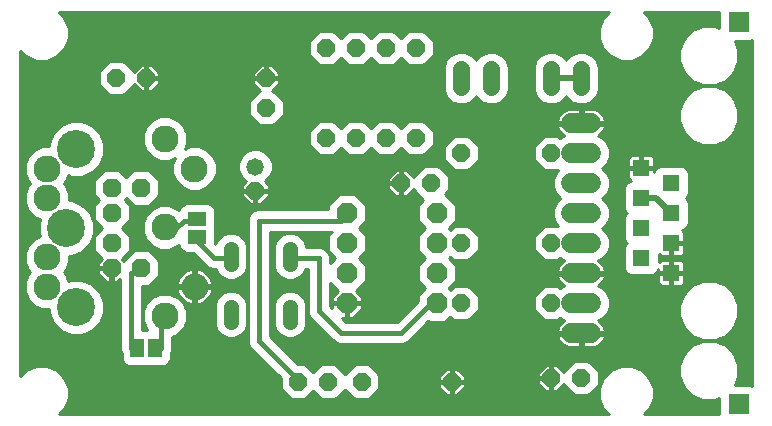
<source format=gbl>
G75*
%MOIN*%
%OFA0B0*%
%FSLAX24Y24*%
%IPPOS*%
%LPD*%
%AMOC8*
5,1,8,0,0,1.08239X$1,22.5*
%
%ADD10OC8,0.0580*%
%ADD11C,0.0580*%
%ADD12OC8,0.0614*%
%ADD13C,0.1266*%
%ADD14C,0.0496*%
%ADD15OC8,0.0680*%
%ADD16C,0.0900*%
%ADD17R,0.0575X0.0575*%
%ADD18R,0.0710X0.0710*%
%ADD19C,0.0660*%
%ADD20C,0.0580*%
%ADD21R,0.0460X0.0630*%
%ADD22R,0.0630X0.0460*%
%ADD23C,0.0160*%
%ADD24C,0.0100*%
%ADD25C,0.0200*%
D10*
X009780Y001575D03*
X010780Y001575D03*
X011905Y001575D03*
X014905Y001575D03*
X018217Y001700D03*
X019217Y001700D03*
X018217Y004200D03*
X015217Y004200D03*
X015217Y006200D03*
X018217Y006200D03*
X014217Y008200D03*
X013217Y008200D03*
X015217Y009200D03*
X013717Y009700D03*
X012717Y009700D03*
X011717Y009700D03*
X010717Y009700D03*
X008717Y010700D03*
X008717Y011700D03*
X010717Y012700D03*
X011717Y012700D03*
X012717Y012700D03*
X013717Y012700D03*
X018217Y009200D03*
X008355Y007947D03*
X004717Y011700D03*
X003717Y011700D03*
D11*
X008355Y008747D03*
D12*
X004548Y008039D03*
X003564Y008039D03*
X003564Y007212D03*
X003564Y006188D03*
X003564Y005361D03*
X004548Y005361D03*
D13*
X002387Y004060D03*
X002057Y006700D03*
X002387Y009340D03*
D14*
X007546Y006011D02*
X007546Y005514D01*
X009514Y005514D02*
X009514Y006011D01*
X009514Y004073D02*
X009514Y003577D01*
X007546Y003577D02*
X007546Y004073D01*
D15*
X011405Y004200D03*
X011405Y005200D03*
X011405Y006200D03*
X011405Y007200D03*
X014405Y007200D03*
X014405Y006200D03*
X014405Y005200D03*
X014405Y004200D03*
D16*
X006331Y004746D03*
X005335Y003774D03*
X001405Y004743D03*
X001405Y005723D03*
X001405Y007703D03*
X001405Y008683D03*
X005335Y009683D03*
X006327Y008683D03*
X005339Y006719D03*
D17*
X021217Y006700D03*
X022217Y007200D03*
X021217Y007700D03*
X022217Y008200D03*
X021217Y008700D03*
X022217Y006200D03*
X021217Y005700D03*
X022217Y005200D03*
D18*
X024467Y000820D03*
X024467Y013580D03*
D19*
X019547Y010200D02*
X018887Y010200D01*
X018887Y009200D02*
X019547Y009200D01*
X019547Y008200D02*
X018887Y008200D01*
X018887Y007200D02*
X019547Y007200D01*
X019547Y006200D02*
X018887Y006200D01*
X018887Y005200D02*
X019547Y005200D01*
X019547Y004200D02*
X018887Y004200D01*
X018887Y003200D02*
X019547Y003200D01*
D20*
X019217Y011410D02*
X019217Y011990D01*
X018217Y011990D02*
X018217Y011410D01*
X016217Y011410D02*
X016217Y011990D01*
X015217Y011990D02*
X015217Y011410D01*
D21*
X005017Y002700D03*
X004417Y002700D03*
D22*
X006417Y006400D03*
X006417Y007000D03*
D23*
X006217Y006950D01*
X005967Y006950D01*
X005717Y006700D01*
X005467Y006700D01*
X005339Y006719D01*
X006417Y006400D02*
X006467Y006200D01*
X006967Y005700D01*
X007467Y005700D01*
X007546Y005762D01*
X008467Y006950D02*
X011217Y006950D01*
X011467Y007200D01*
X011405Y007200D01*
X009717Y005700D02*
X009514Y005762D01*
X009717Y005700D02*
X010467Y005700D01*
X010467Y003950D01*
X011217Y003200D01*
X013217Y003200D01*
X014217Y004200D01*
X014405Y004200D01*
X009717Y001700D02*
X009780Y001575D01*
X009717Y001700D02*
X008467Y002950D01*
X008467Y006950D01*
X004548Y005361D02*
X004467Y005200D01*
X004217Y005200D01*
X004217Y002700D01*
X004417Y002700D01*
X005017Y002700D02*
X005217Y002700D01*
X005217Y003700D01*
X005335Y003774D01*
D24*
X001993Y000682D02*
X001801Y000490D01*
X020133Y000490D01*
X019942Y000682D01*
X019802Y001018D01*
X019802Y001382D01*
X019720Y001382D01*
X019802Y001382D02*
X019942Y001718D01*
X020199Y001976D01*
X020535Y002115D01*
X020899Y002115D01*
X021236Y001976D01*
X021493Y001718D01*
X021632Y001382D01*
X022635Y001382D01*
X022628Y001389D02*
X022907Y001111D01*
X023271Y000960D01*
X023664Y000960D01*
X023822Y001025D01*
X023822Y000490D01*
X021301Y000490D01*
X021493Y000682D01*
X021632Y001018D01*
X021632Y001382D01*
X021632Y001283D02*
X022734Y001283D01*
X022832Y001185D02*
X021632Y001185D01*
X021632Y001086D02*
X022965Y001086D01*
X023203Y000988D02*
X021620Y000988D01*
X021579Y000889D02*
X023822Y000889D01*
X023822Y000791D02*
X021538Y000791D01*
X021498Y000692D02*
X023822Y000692D01*
X023822Y000594D02*
X021405Y000594D01*
X021307Y000495D02*
X023822Y000495D01*
X023822Y000988D02*
X023732Y000988D01*
X024338Y001465D02*
X024457Y001753D01*
X024457Y002147D01*
X024307Y002511D01*
X024028Y002789D01*
X023664Y002940D01*
X023271Y002940D01*
X022907Y002789D01*
X022628Y002511D01*
X022477Y002147D01*
X022477Y001753D01*
X022628Y001389D01*
X022590Y001480D02*
X021592Y001480D01*
X021551Y001579D02*
X022550Y001579D01*
X022509Y001677D02*
X021510Y001677D01*
X021435Y001776D02*
X022477Y001776D01*
X022477Y001874D02*
X021337Y001874D01*
X021238Y001973D02*
X022477Y001973D01*
X022477Y002071D02*
X021004Y002071D01*
X020430Y002071D02*
X019666Y002071D01*
X019765Y001973D02*
X020196Y001973D01*
X020098Y001874D02*
X019797Y001874D01*
X019797Y001940D02*
X019458Y002280D01*
X018977Y002280D01*
X018637Y001940D01*
X018637Y001902D01*
X018400Y002140D01*
X018247Y002140D01*
X018247Y001730D01*
X018187Y001730D01*
X018187Y001670D01*
X017777Y001670D01*
X017777Y001518D01*
X018035Y001260D01*
X018187Y001260D01*
X018187Y001670D01*
X018247Y001670D01*
X018247Y001260D01*
X018400Y001260D01*
X018637Y001498D01*
X018637Y001460D01*
X018977Y001120D01*
X019458Y001120D01*
X019797Y001460D01*
X019797Y001940D01*
X019797Y001776D02*
X019999Y001776D01*
X019925Y001677D02*
X019797Y001677D01*
X019797Y001579D02*
X019884Y001579D01*
X019843Y001480D02*
X019797Y001480D01*
X019802Y001283D02*
X019621Y001283D01*
X019523Y001185D02*
X019802Y001185D01*
X019802Y001086D02*
X012237Y001086D01*
X012145Y000995D02*
X012485Y001335D01*
X012485Y001815D01*
X012145Y002155D01*
X011665Y002155D01*
X011342Y001833D01*
X011020Y002155D01*
X010540Y002155D01*
X010280Y001895D01*
X010020Y002155D01*
X009786Y002155D01*
X008837Y003103D01*
X008837Y006580D01*
X010894Y006580D01*
X010775Y006461D01*
X010775Y005939D01*
X011014Y005700D01*
X010837Y005523D01*
X010837Y005774D01*
X010781Y005910D01*
X010677Y006014D01*
X010541Y006070D01*
X010052Y006070D01*
X010052Y006118D01*
X009970Y006315D01*
X009819Y006467D01*
X009621Y006549D01*
X009407Y006549D01*
X009209Y006467D01*
X009058Y006315D01*
X008976Y006118D01*
X008976Y005407D01*
X009058Y005210D01*
X009209Y005058D01*
X009407Y004976D01*
X009621Y004976D01*
X009819Y005058D01*
X009970Y005210D01*
X010020Y005330D01*
X010097Y005330D01*
X010097Y003876D01*
X010154Y003740D01*
X010258Y003636D01*
X011008Y002886D01*
X011144Y002830D01*
X013291Y002830D01*
X013427Y002886D01*
X013531Y002990D01*
X014127Y003587D01*
X014144Y003570D01*
X014666Y003570D01*
X014847Y003751D01*
X014977Y003620D01*
X015458Y003620D01*
X015797Y003960D01*
X015797Y004440D01*
X015458Y004780D01*
X014977Y004780D01*
X014847Y004649D01*
X014796Y004700D01*
X015035Y004939D01*
X015035Y005461D01*
X014796Y005700D01*
X014847Y005751D01*
X014977Y005620D01*
X015458Y005620D01*
X015797Y005960D01*
X015797Y006440D01*
X015458Y006780D01*
X014977Y006780D01*
X014847Y006649D01*
X014796Y006700D01*
X015035Y006939D01*
X015035Y007461D01*
X014667Y007829D01*
X014797Y007960D01*
X014797Y008440D01*
X014458Y008780D01*
X013977Y008780D01*
X013637Y008440D01*
X013637Y008402D01*
X013400Y008640D01*
X013247Y008640D01*
X013247Y008230D01*
X013187Y008230D01*
X013187Y008170D01*
X012777Y008170D01*
X012777Y008018D01*
X013035Y007760D01*
X013187Y007760D01*
X013187Y008170D01*
X013247Y008170D01*
X013247Y007760D01*
X013400Y007760D01*
X013637Y007998D01*
X013637Y007960D01*
X013956Y007642D01*
X013775Y007461D01*
X013775Y006939D01*
X014014Y006700D01*
X013775Y006461D01*
X013775Y005939D01*
X014014Y005700D01*
X013775Y005461D01*
X013775Y004939D01*
X014014Y004700D01*
X013775Y004461D01*
X013775Y004281D01*
X013064Y003570D01*
X011371Y003570D01*
X011231Y003710D01*
X011375Y003710D01*
X011375Y004170D01*
X011435Y004170D01*
X011435Y004230D01*
X011895Y004230D01*
X011895Y004403D01*
X011697Y004601D01*
X012035Y004939D01*
X012035Y005461D01*
X011796Y005700D01*
X012035Y005939D01*
X012035Y006461D01*
X011796Y006700D01*
X012035Y006939D01*
X012035Y007461D01*
X011666Y007830D01*
X011144Y007830D01*
X010775Y007461D01*
X010775Y007320D01*
X008394Y007320D01*
X008258Y007264D01*
X008154Y007160D01*
X008097Y007024D01*
X008097Y002876D01*
X008154Y002740D01*
X008258Y002636D01*
X009200Y001694D01*
X009200Y001335D01*
X009540Y000995D01*
X010020Y000995D01*
X010280Y001255D01*
X010540Y000995D01*
X011020Y000995D01*
X011342Y001317D01*
X011665Y000995D01*
X012145Y000995D01*
X012335Y001185D02*
X014673Y001185D01*
X014723Y001135D02*
X014465Y001393D01*
X014465Y001545D01*
X014875Y001545D01*
X014935Y001545D01*
X014935Y001605D01*
X015345Y001605D01*
X015345Y001757D01*
X015087Y002015D01*
X014935Y002015D01*
X014935Y001605D01*
X014875Y001605D01*
X014875Y002015D01*
X014723Y002015D01*
X014465Y001757D01*
X014465Y001605D01*
X014875Y001605D01*
X014875Y001545D01*
X014875Y001135D01*
X014723Y001135D01*
X014875Y001185D02*
X014935Y001185D01*
X014935Y001135D02*
X015087Y001135D01*
X015345Y001393D01*
X015345Y001545D01*
X014935Y001545D01*
X014935Y001135D01*
X014935Y001283D02*
X014875Y001283D01*
X014875Y001382D02*
X014935Y001382D01*
X014935Y001480D02*
X014875Y001480D01*
X014875Y001579D02*
X012485Y001579D01*
X012485Y001677D02*
X014465Y001677D01*
X014484Y001776D02*
X012485Y001776D01*
X012426Y001874D02*
X014582Y001874D01*
X014681Y001973D02*
X012327Y001973D01*
X012229Y002071D02*
X017967Y002071D01*
X018035Y002140D02*
X017777Y001882D01*
X017777Y001730D01*
X018187Y001730D01*
X018187Y002140D01*
X018035Y002140D01*
X018187Y002071D02*
X018247Y002071D01*
X018247Y001973D02*
X018187Y001973D01*
X018187Y001874D02*
X018247Y001874D01*
X018247Y001776D02*
X018187Y001776D01*
X018187Y001677D02*
X015345Y001677D01*
X015326Y001776D02*
X017777Y001776D01*
X017777Y001874D02*
X015228Y001874D01*
X015129Y001973D02*
X017868Y001973D01*
X017777Y001579D02*
X014935Y001579D01*
X014935Y001677D02*
X014875Y001677D01*
X014875Y001776D02*
X014935Y001776D01*
X014935Y001874D02*
X014875Y001874D01*
X014875Y001973D02*
X014935Y001973D01*
X015345Y001480D02*
X017815Y001480D01*
X017913Y001382D02*
X015334Y001382D01*
X015236Y001283D02*
X018012Y001283D01*
X018187Y001283D02*
X018247Y001283D01*
X018247Y001382D02*
X018187Y001382D01*
X018187Y001480D02*
X018247Y001480D01*
X018247Y001579D02*
X018187Y001579D01*
X018620Y001480D02*
X018637Y001480D01*
X018715Y001382D02*
X018522Y001382D01*
X018423Y001283D02*
X018814Y001283D01*
X018912Y001185D02*
X015137Y001185D01*
X014574Y001283D02*
X012434Y001283D01*
X012485Y001382D02*
X014476Y001382D01*
X014465Y001480D02*
X012485Y001480D01*
X011573Y001086D02*
X011112Y001086D01*
X011210Y001185D02*
X011475Y001185D01*
X011376Y001283D02*
X011309Y001283D01*
X010448Y001086D02*
X010112Y001086D01*
X010210Y001185D02*
X010350Y001185D01*
X009448Y001086D02*
X002132Y001086D01*
X002132Y001018D02*
X002132Y001382D01*
X009200Y001382D01*
X009200Y001480D02*
X002092Y001480D01*
X002132Y001382D02*
X001993Y001718D01*
X001736Y001976D01*
X001399Y002115D01*
X001035Y002115D01*
X000699Y001976D01*
X000507Y001784D01*
X000507Y012616D01*
X000699Y012424D01*
X001035Y012285D01*
X001399Y012285D01*
X001736Y012424D01*
X001993Y012682D01*
X002132Y013018D01*
X002132Y013382D01*
X001993Y013718D01*
X001801Y013910D01*
X020133Y013910D01*
X019942Y013718D01*
X019802Y013382D01*
X019802Y013018D01*
X019942Y012682D01*
X020199Y012424D01*
X020535Y012285D01*
X020899Y012285D01*
X021236Y012424D01*
X021493Y012682D01*
X021632Y013018D01*
X021632Y013382D01*
X021493Y013718D01*
X021301Y013910D01*
X023822Y013910D01*
X023822Y013374D01*
X023664Y013440D01*
X023271Y013440D01*
X022907Y013289D01*
X022628Y013011D01*
X022477Y012647D01*
X022477Y012253D01*
X022628Y011889D01*
X022907Y011611D01*
X023271Y011460D01*
X023664Y011460D01*
X024028Y011611D01*
X024307Y011889D01*
X024457Y012253D01*
X024457Y012647D01*
X024338Y012935D01*
X024880Y012935D01*
X024927Y012955D01*
X024927Y001445D01*
X024880Y001465D01*
X024338Y001465D01*
X024345Y001480D02*
X024927Y001480D01*
X024927Y001579D02*
X024385Y001579D01*
X024426Y001677D02*
X024927Y001677D01*
X024927Y001776D02*
X024457Y001776D01*
X024457Y001874D02*
X024927Y001874D01*
X024927Y001973D02*
X024457Y001973D01*
X024457Y002071D02*
X024927Y002071D01*
X024927Y002170D02*
X024448Y002170D01*
X024407Y002268D02*
X024927Y002268D01*
X024927Y002367D02*
X024366Y002367D01*
X024325Y002465D02*
X024927Y002465D01*
X024927Y002564D02*
X024254Y002564D01*
X024155Y002662D02*
X024927Y002662D01*
X024927Y002761D02*
X024057Y002761D01*
X023859Y002859D02*
X024927Y002859D01*
X024927Y002958D02*
X019963Y002958D01*
X019958Y002948D02*
X019992Y003016D01*
X020016Y003088D01*
X020026Y003150D01*
X019267Y003150D01*
X019267Y002720D01*
X019585Y002720D01*
X019660Y002732D01*
X019732Y002755D01*
X019799Y002789D01*
X019860Y002834D01*
X019914Y002887D01*
X019958Y002948D01*
X019886Y002859D02*
X023076Y002859D01*
X023271Y002960D02*
X023664Y002960D01*
X024028Y003111D01*
X024307Y003389D01*
X024457Y003753D01*
X024457Y004147D01*
X024307Y004511D01*
X024028Y004789D01*
X023664Y004940D01*
X023271Y004940D01*
X022907Y004789D01*
X022628Y004511D01*
X022477Y004147D01*
X022477Y003753D01*
X022628Y003389D01*
X022907Y003111D01*
X023271Y002960D01*
X023038Y003056D02*
X020006Y003056D01*
X020026Y003250D02*
X020016Y003312D01*
X019992Y003384D01*
X019958Y003452D01*
X019914Y003513D01*
X019860Y003566D01*
X019799Y003610D01*
X019775Y003623D01*
X019899Y003674D01*
X020073Y003849D01*
X020167Y004077D01*
X020167Y004323D01*
X020073Y004551D01*
X019899Y004726D01*
X019775Y004777D01*
X019799Y004789D01*
X019860Y004834D01*
X019914Y004887D01*
X019958Y004948D01*
X019992Y005016D01*
X020016Y005088D01*
X020026Y005150D01*
X019267Y005150D01*
X019267Y005250D01*
X020026Y005250D01*
X020016Y005312D01*
X019992Y005384D01*
X019958Y005452D01*
X019914Y005513D01*
X019860Y005566D01*
X019799Y005610D01*
X019775Y005623D01*
X019899Y005674D01*
X020073Y005849D01*
X020167Y006077D01*
X020167Y006323D01*
X020073Y006551D01*
X019924Y006700D01*
X020073Y006849D01*
X020167Y007077D01*
X020167Y007323D01*
X020073Y007551D01*
X019924Y007700D01*
X020073Y007849D01*
X020167Y008077D01*
X020167Y008323D01*
X020073Y008551D01*
X019924Y008700D01*
X020073Y008849D01*
X020167Y009077D01*
X020167Y009323D01*
X020073Y009551D01*
X019899Y009726D01*
X019775Y009777D01*
X019799Y009789D01*
X019860Y009834D01*
X019914Y009887D01*
X019958Y009948D01*
X019992Y010016D01*
X020016Y010088D01*
X020026Y010150D01*
X019267Y010150D01*
X019267Y010250D01*
X019167Y010250D01*
X019167Y010150D01*
X018409Y010150D01*
X018419Y010088D01*
X018443Y010016D01*
X018477Y009948D01*
X018521Y009887D01*
X018575Y009834D01*
X018636Y009789D01*
X018660Y009777D01*
X018536Y009726D01*
X018524Y009713D01*
X018458Y009780D01*
X017977Y009780D01*
X017637Y009440D01*
X017637Y008960D01*
X017977Y008620D01*
X018431Y008620D01*
X018362Y008551D01*
X018267Y008323D01*
X018267Y008077D01*
X018362Y007849D01*
X018511Y007700D01*
X018362Y007551D01*
X018267Y007323D01*
X018267Y007077D01*
X018362Y006849D01*
X018431Y006780D01*
X017977Y006780D01*
X017637Y006440D01*
X017637Y005960D01*
X017977Y005620D01*
X018458Y005620D01*
X018524Y005686D01*
X018536Y005674D01*
X018660Y005623D01*
X018636Y005610D01*
X018575Y005566D01*
X018521Y005513D01*
X018477Y005452D01*
X018443Y005384D01*
X018419Y005312D01*
X018409Y005250D01*
X019167Y005250D01*
X019167Y005150D01*
X018409Y005150D01*
X018419Y005088D01*
X018443Y005016D01*
X018477Y004948D01*
X018521Y004887D01*
X018575Y004834D01*
X018636Y004789D01*
X018660Y004777D01*
X018536Y004726D01*
X018524Y004713D01*
X018458Y004780D01*
X017977Y004780D01*
X017637Y004440D01*
X017637Y003960D01*
X017977Y003620D01*
X018458Y003620D01*
X018524Y003686D01*
X018536Y003674D01*
X018660Y003623D01*
X018636Y003610D01*
X018575Y003566D01*
X018521Y003513D01*
X018477Y003452D01*
X018443Y003384D01*
X018419Y003312D01*
X018409Y003250D01*
X019167Y003250D01*
X019167Y003150D01*
X018409Y003150D01*
X018419Y003088D01*
X018443Y003016D01*
X018477Y002948D01*
X018521Y002887D01*
X018575Y002834D01*
X018636Y002789D01*
X018703Y002755D01*
X018775Y002732D01*
X018850Y002720D01*
X019167Y002720D01*
X019167Y003150D01*
X019267Y003150D01*
X019267Y003250D01*
X020026Y003250D01*
X020025Y003253D02*
X022764Y003253D01*
X022862Y003155D02*
X019267Y003155D01*
X019267Y003056D02*
X019167Y003056D01*
X019167Y002958D02*
X019267Y002958D01*
X019267Y002859D02*
X019167Y002859D01*
X019167Y002761D02*
X019267Y002761D01*
X019743Y002761D02*
X022878Y002761D01*
X022780Y002662D02*
X009278Y002662D01*
X009377Y002564D02*
X022681Y002564D01*
X022609Y002465D02*
X009475Y002465D01*
X009574Y002367D02*
X022569Y002367D01*
X022528Y002268D02*
X019469Y002268D01*
X019568Y002170D02*
X022487Y002170D01*
X023897Y003056D02*
X024927Y003056D01*
X024927Y003155D02*
X024073Y003155D01*
X024171Y003253D02*
X024927Y003253D01*
X024927Y003352D02*
X024270Y003352D01*
X024332Y003450D02*
X024927Y003450D01*
X024927Y003549D02*
X024373Y003549D01*
X024414Y003647D02*
X024927Y003647D01*
X024927Y003746D02*
X024455Y003746D01*
X024457Y003844D02*
X024927Y003844D01*
X024927Y003943D02*
X024457Y003943D01*
X024457Y004041D02*
X024927Y004041D01*
X024927Y004140D02*
X024457Y004140D01*
X024420Y004238D02*
X024927Y004238D01*
X024927Y004337D02*
X024379Y004337D01*
X024338Y004435D02*
X024927Y004435D01*
X024927Y004534D02*
X024284Y004534D01*
X024185Y004632D02*
X024927Y004632D01*
X024927Y004731D02*
X024086Y004731D01*
X023931Y004829D02*
X024927Y004829D01*
X024927Y004928D02*
X023693Y004928D01*
X023242Y004928D02*
X022655Y004928D01*
X022655Y004893D02*
X022655Y005171D01*
X022246Y005171D01*
X022246Y004762D01*
X022525Y004762D01*
X022563Y004773D01*
X022597Y004792D01*
X022625Y004820D01*
X022645Y004855D01*
X022655Y004893D01*
X022630Y004829D02*
X023004Y004829D01*
X022848Y004731D02*
X019886Y004731D01*
X019854Y004829D02*
X021805Y004829D01*
X021810Y004820D02*
X021838Y004792D01*
X021872Y004773D01*
X021910Y004762D01*
X022189Y004762D01*
X022189Y005171D01*
X022246Y005171D01*
X022246Y005229D01*
X022189Y005229D01*
X022189Y005637D01*
X021910Y005637D01*
X021872Y005627D01*
X021838Y005607D01*
X021810Y005580D01*
X021795Y005554D01*
X021795Y005846D01*
X021810Y005820D01*
X021838Y005792D01*
X021872Y005773D01*
X021910Y005762D01*
X022189Y005762D01*
X022189Y006171D01*
X022246Y006171D01*
X022246Y005762D01*
X022525Y005762D01*
X022563Y005773D01*
X022597Y005792D01*
X022625Y005820D01*
X022645Y005855D01*
X022655Y005893D01*
X022655Y006171D01*
X022246Y006171D01*
X022246Y006229D01*
X022655Y006229D01*
X022655Y006507D01*
X022645Y006545D01*
X022625Y006580D01*
X022597Y006607D01*
X022568Y006625D01*
X022669Y006667D01*
X022751Y006748D01*
X022795Y006855D01*
X022795Y007545D01*
X022751Y007652D01*
X022703Y007700D01*
X022751Y007748D01*
X022795Y007855D01*
X022795Y008545D01*
X022751Y008652D01*
X022669Y008733D01*
X022563Y008777D01*
X021872Y008777D01*
X021766Y008733D01*
X021684Y008652D01*
X021655Y008581D01*
X021655Y008671D01*
X021703Y008671D01*
X021655Y008671D02*
X021246Y008671D01*
X021246Y008729D01*
X021189Y008729D01*
X021189Y009137D01*
X020910Y009137D01*
X020872Y009127D01*
X020838Y009107D01*
X020810Y009080D01*
X020790Y009045D01*
X020780Y009007D01*
X020780Y008729D01*
X021189Y008729D01*
X021189Y008671D01*
X020780Y008671D01*
X019953Y008671D01*
X019994Y008769D02*
X020780Y008769D01*
X020780Y008671D02*
X020780Y008393D01*
X020790Y008355D01*
X020810Y008320D01*
X020838Y008292D01*
X020867Y008275D01*
X020766Y008233D01*
X020684Y008152D01*
X020640Y008045D01*
X020640Y007355D01*
X020684Y007248D01*
X020732Y007200D01*
X020684Y007152D01*
X020640Y007045D01*
X020640Y006355D01*
X020684Y006248D01*
X020732Y006200D01*
X020684Y006152D01*
X020640Y006045D01*
X020640Y005355D01*
X020684Y005248D01*
X020766Y005167D01*
X020872Y005122D01*
X021563Y005122D01*
X021669Y005167D01*
X021751Y005248D01*
X021780Y005319D01*
X021780Y005229D01*
X022189Y005229D01*
X022189Y005171D01*
X021780Y005171D01*
X021780Y004893D01*
X021790Y004855D01*
X021810Y004820D01*
X021780Y004928D02*
X019943Y004928D01*
X019996Y005026D02*
X021780Y005026D01*
X021780Y005125D02*
X021569Y005125D01*
X021726Y005223D02*
X022189Y005223D01*
X022246Y005223D02*
X024927Y005223D01*
X024927Y005125D02*
X022655Y005125D01*
X022655Y005026D02*
X024927Y005026D01*
X024927Y005322D02*
X022655Y005322D01*
X022655Y005229D02*
X022655Y005507D01*
X022645Y005545D01*
X022625Y005580D01*
X022597Y005607D01*
X022563Y005627D01*
X022525Y005637D01*
X022246Y005637D01*
X022246Y005229D01*
X022655Y005229D01*
X022655Y005420D02*
X024927Y005420D01*
X024927Y005519D02*
X022652Y005519D01*
X022580Y005617D02*
X024927Y005617D01*
X024927Y005716D02*
X021795Y005716D01*
X021795Y005814D02*
X021816Y005814D01*
X021795Y005617D02*
X021855Y005617D01*
X022189Y005617D02*
X022246Y005617D01*
X022246Y005519D02*
X022189Y005519D01*
X022189Y005420D02*
X022246Y005420D01*
X022246Y005322D02*
X022189Y005322D01*
X022189Y005125D02*
X022246Y005125D01*
X022246Y005026D02*
X022189Y005026D01*
X022189Y004928D02*
X022246Y004928D01*
X022246Y004829D02*
X022189Y004829D01*
X022651Y004534D02*
X020080Y004534D01*
X020121Y004435D02*
X022597Y004435D01*
X022556Y004337D02*
X020162Y004337D01*
X020167Y004238D02*
X022515Y004238D01*
X022477Y004140D02*
X020167Y004140D01*
X020153Y004041D02*
X022477Y004041D01*
X022477Y003943D02*
X020112Y003943D01*
X020069Y003844D02*
X022477Y003844D01*
X022480Y003746D02*
X019970Y003746D01*
X019834Y003647D02*
X022521Y003647D01*
X022562Y003549D02*
X019877Y003549D01*
X019959Y003450D02*
X022603Y003450D01*
X022665Y003352D02*
X020003Y003352D01*
X019167Y003155D02*
X013696Y003155D01*
X013794Y003253D02*
X018410Y003253D01*
X018432Y003352D02*
X013893Y003352D01*
X013991Y003450D02*
X018476Y003450D01*
X018558Y003549D02*
X014090Y003549D01*
X014743Y003647D02*
X014950Y003647D01*
X014851Y003746D02*
X014842Y003746D01*
X015485Y003647D02*
X017950Y003647D01*
X017851Y003746D02*
X015584Y003746D01*
X015682Y003844D02*
X017753Y003844D01*
X017654Y003943D02*
X015781Y003943D01*
X015797Y004041D02*
X017637Y004041D01*
X017637Y004140D02*
X015797Y004140D01*
X015797Y004238D02*
X017637Y004238D01*
X017637Y004337D02*
X015797Y004337D01*
X015797Y004435D02*
X017637Y004435D01*
X017731Y004534D02*
X015704Y004534D01*
X015605Y004632D02*
X017830Y004632D01*
X017928Y004731D02*
X015507Y004731D01*
X015024Y004928D02*
X018492Y004928D01*
X018439Y005026D02*
X015035Y005026D01*
X015035Y005125D02*
X018413Y005125D01*
X018422Y005322D02*
X015035Y005322D01*
X015035Y005420D02*
X018461Y005420D01*
X018528Y005519D02*
X014977Y005519D01*
X014878Y005617D02*
X018650Y005617D01*
X019167Y005223D02*
X015035Y005223D01*
X014925Y004829D02*
X018581Y004829D01*
X018549Y004731D02*
X018507Y004731D01*
X019267Y005223D02*
X020709Y005223D01*
X020654Y005322D02*
X020012Y005322D01*
X019974Y005420D02*
X020640Y005420D01*
X020640Y005519D02*
X019907Y005519D01*
X019785Y005617D02*
X020640Y005617D01*
X020640Y005716D02*
X019940Y005716D01*
X020039Y005814D02*
X020640Y005814D01*
X020640Y005913D02*
X020100Y005913D01*
X020140Y006011D02*
X020640Y006011D01*
X020667Y006110D02*
X020167Y006110D01*
X020167Y006208D02*
X020724Y006208D01*
X020660Y006307D02*
X020167Y006307D01*
X020133Y006405D02*
X020640Y006405D01*
X020640Y006504D02*
X020093Y006504D01*
X020022Y006602D02*
X020640Y006602D01*
X020640Y006701D02*
X019925Y006701D01*
X020024Y006799D02*
X020640Y006799D01*
X020640Y006898D02*
X020093Y006898D01*
X020134Y006996D02*
X020640Y006996D01*
X020661Y007095D02*
X020167Y007095D01*
X020167Y007193D02*
X020726Y007193D01*
X020666Y007292D02*
X020167Y007292D01*
X020140Y007390D02*
X020640Y007390D01*
X020640Y007489D02*
X020099Y007489D01*
X020037Y007587D02*
X020640Y007587D01*
X020640Y007686D02*
X019938Y007686D01*
X020009Y007784D02*
X020640Y007784D01*
X020640Y007883D02*
X020087Y007883D01*
X020128Y007981D02*
X020640Y007981D01*
X020654Y008080D02*
X020167Y008080D01*
X020167Y008178D02*
X020711Y008178D01*
X020865Y008277D02*
X020167Y008277D01*
X020146Y008375D02*
X020785Y008375D01*
X020780Y008474D02*
X020105Y008474D01*
X020052Y008572D02*
X020780Y008572D01*
X020780Y008868D02*
X020081Y008868D01*
X020122Y008966D02*
X020780Y008966D01*
X020802Y009065D02*
X020163Y009065D01*
X020167Y009163D02*
X024927Y009163D01*
X024927Y009065D02*
X021633Y009065D01*
X021625Y009080D02*
X021597Y009107D01*
X021563Y009127D01*
X021525Y009137D01*
X021246Y009137D01*
X021246Y008729D01*
X021655Y008729D01*
X021655Y009007D01*
X021645Y009045D01*
X021625Y009080D01*
X021655Y008966D02*
X024927Y008966D01*
X024927Y008868D02*
X021655Y008868D01*
X021655Y008769D02*
X021853Y008769D01*
X021246Y008769D02*
X021189Y008769D01*
X021189Y008868D02*
X021246Y008868D01*
X021246Y008966D02*
X021189Y008966D01*
X021189Y009065D02*
X021246Y009065D01*
X020167Y009262D02*
X024927Y009262D01*
X024927Y009360D02*
X020152Y009360D01*
X020111Y009459D02*
X024927Y009459D01*
X024927Y009557D02*
X023900Y009557D01*
X024028Y009611D02*
X024307Y009889D01*
X024457Y010253D01*
X024457Y010647D01*
X024307Y011011D01*
X024028Y011289D01*
X023664Y011440D01*
X023271Y011440D01*
X022907Y011289D01*
X022628Y011011D01*
X022477Y010647D01*
X022477Y010253D01*
X022628Y009889D01*
X022907Y009611D01*
X023271Y009460D01*
X023664Y009460D01*
X024028Y009611D01*
X024074Y009656D02*
X024927Y009656D01*
X024927Y009754D02*
X024172Y009754D01*
X024271Y009853D02*
X024927Y009853D01*
X024927Y009951D02*
X024333Y009951D01*
X024373Y010050D02*
X024927Y010050D01*
X024927Y010148D02*
X024414Y010148D01*
X024455Y010247D02*
X024927Y010247D01*
X024927Y010345D02*
X024457Y010345D01*
X024457Y010444D02*
X024927Y010444D01*
X024927Y010542D02*
X024457Y010542D01*
X024457Y010641D02*
X024927Y010641D01*
X024927Y010739D02*
X024419Y010739D01*
X024378Y010838D02*
X024927Y010838D01*
X024927Y010936D02*
X024337Y010936D01*
X024282Y011035D02*
X024927Y011035D01*
X024927Y011133D02*
X024184Y011133D01*
X024085Y011232D02*
X024927Y011232D01*
X024927Y011330D02*
X023929Y011330D01*
X023827Y011527D02*
X024927Y011527D01*
X024927Y011429D02*
X023691Y011429D01*
X023244Y011429D02*
X019797Y011429D01*
X019797Y011527D02*
X023107Y011527D01*
X023006Y011330D02*
X019797Y011330D01*
X019797Y011295D02*
X019797Y012105D01*
X019709Y012319D01*
X019546Y012482D01*
X019333Y012570D01*
X019102Y012570D01*
X018889Y012482D01*
X018726Y012319D01*
X018717Y012298D01*
X018709Y012319D01*
X018546Y012482D01*
X018333Y012570D01*
X018102Y012570D01*
X017889Y012482D01*
X017726Y012319D01*
X017637Y012105D01*
X017637Y011295D01*
X017726Y011081D01*
X017889Y010918D01*
X018102Y010830D01*
X018333Y010830D01*
X018546Y010918D01*
X018709Y011081D01*
X018717Y011101D01*
X018726Y011081D01*
X018889Y010918D01*
X019102Y010830D01*
X019333Y010830D01*
X019546Y010918D01*
X019709Y011081D01*
X019797Y011295D01*
X019772Y011232D02*
X022849Y011232D01*
X022751Y011133D02*
X019731Y011133D01*
X019663Y011035D02*
X022652Y011035D01*
X022597Y010936D02*
X019564Y010936D01*
X019352Y010838D02*
X022557Y010838D01*
X022516Y010739D02*
X009297Y010739D01*
X009297Y010641D02*
X018696Y010641D01*
X018703Y010645D02*
X018636Y010610D01*
X018575Y010566D01*
X018521Y010513D01*
X018477Y010452D01*
X018443Y010384D01*
X018419Y010312D01*
X018409Y010250D01*
X019167Y010250D01*
X019167Y010680D01*
X018850Y010680D01*
X018775Y010668D01*
X018703Y010645D01*
X018551Y010542D02*
X009297Y010542D01*
X009297Y010460D02*
X009297Y010940D01*
X008958Y011280D01*
X008920Y011280D01*
X009157Y011518D01*
X009157Y011670D01*
X008747Y011670D01*
X008747Y011730D01*
X008687Y011730D01*
X008687Y011670D01*
X008277Y011670D01*
X008277Y011518D01*
X008515Y011280D01*
X008477Y011280D01*
X008137Y010940D01*
X008137Y010460D01*
X008477Y010120D01*
X008958Y010120D01*
X009297Y010460D01*
X009282Y010444D02*
X018473Y010444D01*
X018430Y010345D02*
X009183Y010345D01*
X009085Y010247D02*
X010444Y010247D01*
X010477Y010280D02*
X010137Y009940D01*
X010137Y009460D01*
X010477Y009120D01*
X010958Y009120D01*
X011217Y009380D01*
X011477Y009120D01*
X011958Y009120D01*
X012217Y009380D01*
X012477Y009120D01*
X012958Y009120D01*
X013217Y009380D01*
X013477Y009120D01*
X013958Y009120D01*
X014297Y009460D01*
X014297Y009940D01*
X013958Y010280D01*
X013477Y010280D01*
X013217Y010020D01*
X012958Y010280D01*
X012477Y010280D01*
X012217Y010020D01*
X011958Y010280D01*
X011477Y010280D01*
X011217Y010020D01*
X010958Y010280D01*
X010477Y010280D01*
X010346Y010148D02*
X008986Y010148D01*
X008449Y010148D02*
X005916Y010148D01*
X005962Y010103D02*
X005754Y010311D01*
X005482Y010423D01*
X005188Y010423D01*
X004916Y010311D01*
X004707Y010103D01*
X004595Y009831D01*
X004595Y009536D01*
X004707Y009264D01*
X004916Y009056D01*
X005188Y008943D01*
X005482Y008943D01*
X005665Y009019D01*
X005587Y008831D01*
X005587Y008536D01*
X005700Y008264D01*
X005908Y008056D01*
X006180Y007943D01*
X006474Y007943D01*
X006746Y008056D01*
X006954Y008264D01*
X007067Y008536D01*
X007067Y008831D01*
X006954Y009103D01*
X006746Y009311D01*
X006474Y009423D01*
X006180Y009423D01*
X005997Y009348D01*
X006075Y009536D01*
X006075Y009831D01*
X005962Y010103D01*
X005984Y010050D02*
X010247Y010050D01*
X010149Y009951D02*
X006025Y009951D01*
X006065Y009853D02*
X010137Y009853D01*
X010137Y009754D02*
X006075Y009754D01*
X006075Y009656D02*
X010137Y009656D01*
X010137Y009557D02*
X006075Y009557D01*
X006043Y009459D02*
X010138Y009459D01*
X010237Y009360D02*
X006626Y009360D01*
X006795Y009262D02*
X008082Y009262D01*
X008026Y009239D02*
X007863Y009076D01*
X007775Y008863D01*
X007775Y008632D01*
X007863Y008419D01*
X008026Y008256D01*
X008037Y008252D01*
X007915Y008130D01*
X007915Y007977D01*
X008325Y007977D01*
X008325Y007917D01*
X008385Y007917D01*
X008385Y007507D01*
X008537Y007507D01*
X008795Y007765D01*
X008795Y007917D01*
X008385Y007917D01*
X008385Y007977D01*
X008795Y007977D01*
X008795Y008130D01*
X008673Y008252D01*
X008684Y008256D01*
X008847Y008419D01*
X008935Y008632D01*
X008935Y008863D01*
X008847Y009076D01*
X008684Y009239D01*
X008470Y009327D01*
X008240Y009327D01*
X008026Y009239D01*
X007951Y009163D02*
X006893Y009163D01*
X006970Y009065D02*
X007859Y009065D01*
X007818Y008966D02*
X007011Y008966D01*
X007051Y008868D02*
X007777Y008868D01*
X007775Y008769D02*
X007067Y008769D01*
X007067Y008671D02*
X007775Y008671D01*
X007800Y008572D02*
X007067Y008572D01*
X007041Y008474D02*
X007840Y008474D01*
X007907Y008375D02*
X007000Y008375D01*
X006960Y008277D02*
X008005Y008277D01*
X007964Y008178D02*
X006868Y008178D01*
X006770Y008080D02*
X007915Y008080D01*
X007915Y007981D02*
X006566Y007981D01*
X006088Y007981D02*
X005145Y007981D01*
X005145Y007883D02*
X007915Y007883D01*
X007915Y007917D02*
X007915Y007765D01*
X008173Y007507D01*
X008325Y007507D01*
X008325Y007917D01*
X007915Y007917D01*
X007915Y007784D02*
X005139Y007784D01*
X005145Y007791D02*
X005145Y008286D01*
X004796Y008636D01*
X004301Y008636D01*
X004056Y008391D01*
X003811Y008636D01*
X003317Y008636D01*
X002967Y008286D01*
X002967Y007791D01*
X003133Y007625D01*
X002967Y007459D01*
X002967Y006964D01*
X003231Y006700D01*
X002967Y006436D01*
X002967Y005941D01*
X003232Y005676D01*
X003107Y005551D01*
X003107Y005400D01*
X003525Y005400D01*
X003525Y005323D01*
X003107Y005323D01*
X003107Y005172D01*
X003375Y004904D01*
X003525Y004904D01*
X003525Y005323D01*
X003602Y005323D01*
X003602Y004904D01*
X003753Y004904D01*
X003847Y004998D01*
X003847Y002626D01*
X003897Y002506D01*
X003897Y002327D01*
X003942Y002221D01*
X004023Y002139D01*
X004130Y002095D01*
X004705Y002095D01*
X004717Y002100D01*
X004730Y002095D01*
X005305Y002095D01*
X005412Y002139D01*
X005493Y002221D01*
X005537Y002327D01*
X005537Y002506D01*
X005587Y002626D01*
X005587Y003078D01*
X005754Y003147D01*
X005962Y003355D01*
X006075Y003627D01*
X006075Y003921D01*
X005962Y004193D01*
X005754Y004401D01*
X005482Y004514D01*
X005188Y004514D01*
X004916Y004401D01*
X004707Y004193D01*
X004595Y003921D01*
X004595Y003627D01*
X004707Y003355D01*
X004757Y003305D01*
X004730Y003305D01*
X004717Y003300D01*
X004705Y003305D01*
X004587Y003305D01*
X004587Y004764D01*
X004796Y004764D01*
X005145Y005114D01*
X005145Y005609D01*
X004796Y005959D01*
X004301Y005959D01*
X003957Y005615D01*
X003896Y005676D01*
X004161Y005941D01*
X004161Y006436D01*
X003897Y006700D01*
X004161Y006964D01*
X004161Y007459D01*
X003995Y007625D01*
X004056Y007686D01*
X004056Y007686D01*
X004301Y007441D01*
X004796Y007441D01*
X005145Y007791D01*
X005040Y007686D02*
X007994Y007686D01*
X008093Y007587D02*
X004942Y007587D01*
X004843Y007489D02*
X005970Y007489D01*
X005938Y007476D02*
X005857Y007394D01*
X005814Y007290D01*
X005758Y007346D01*
X005486Y007459D01*
X005192Y007459D01*
X004920Y007346D01*
X004711Y007138D01*
X004599Y006866D01*
X004599Y006572D01*
X004711Y006300D01*
X004920Y006092D01*
X005192Y005979D01*
X005486Y005979D01*
X005758Y006092D01*
X005812Y006146D01*
X005812Y006112D01*
X005857Y006006D01*
X005938Y005924D01*
X006045Y005880D01*
X006264Y005880D01*
X006654Y005490D01*
X006758Y005386D01*
X006894Y005330D01*
X007040Y005330D01*
X007090Y005210D01*
X007241Y005058D01*
X007439Y004976D01*
X007653Y004976D01*
X007851Y005058D01*
X008002Y005210D01*
X008084Y005407D01*
X008084Y006118D01*
X008002Y006315D01*
X007851Y006467D01*
X007653Y006549D01*
X007439Y006549D01*
X007241Y006467D01*
X007090Y006315D01*
X007027Y006164D01*
X007022Y006168D01*
X007022Y006688D01*
X007017Y006700D01*
X007022Y006712D01*
X007022Y007288D01*
X006978Y007394D01*
X006897Y007476D01*
X006790Y007520D01*
X006045Y007520D01*
X005938Y007476D01*
X005855Y007390D02*
X005651Y007390D01*
X005812Y007292D02*
X005814Y007292D01*
X005026Y007390D02*
X004161Y007390D01*
X004161Y007292D02*
X004865Y007292D01*
X004767Y007193D02*
X004161Y007193D01*
X004161Y007095D02*
X004694Y007095D01*
X004653Y006996D02*
X004161Y006996D01*
X004095Y006898D02*
X004612Y006898D01*
X004599Y006799D02*
X003996Y006799D01*
X003898Y006701D02*
X004599Y006701D01*
X004599Y006602D02*
X003994Y006602D01*
X004093Y006504D02*
X004627Y006504D01*
X004668Y006405D02*
X004161Y006405D01*
X004161Y006307D02*
X004708Y006307D01*
X004803Y006208D02*
X004161Y006208D01*
X004161Y006110D02*
X004901Y006110D01*
X004841Y005913D02*
X005965Y005913D01*
X005854Y006011D02*
X005565Y006011D01*
X005776Y006110D02*
X005813Y006110D01*
X006330Y005814D02*
X004940Y005814D01*
X005038Y005716D02*
X006428Y005716D01*
X006527Y005617D02*
X005137Y005617D01*
X005145Y005519D02*
X006625Y005519D01*
X006724Y005420D02*
X005145Y005420D01*
X005145Y005322D02*
X006161Y005322D01*
X006190Y005332D02*
X006101Y005302D01*
X006016Y005260D01*
X005940Y005204D01*
X005873Y005137D01*
X005818Y005061D01*
X005775Y004977D01*
X005746Y004887D01*
X005731Y004796D01*
X006281Y004796D01*
X006281Y004696D01*
X006381Y004696D01*
X006381Y004147D01*
X006471Y004161D01*
X006561Y004190D01*
X006645Y004233D01*
X006722Y004289D01*
X006788Y004356D01*
X006844Y004432D01*
X006887Y004516D01*
X006916Y004606D01*
X006930Y004696D01*
X006381Y004696D01*
X006381Y004796D01*
X006930Y004796D01*
X006916Y004887D01*
X006887Y004977D01*
X006844Y005061D01*
X006788Y005137D01*
X006722Y005204D01*
X006645Y005260D01*
X006561Y005302D01*
X006471Y005332D01*
X006381Y005346D01*
X006381Y004796D01*
X006281Y004796D01*
X006281Y005346D01*
X006190Y005332D01*
X006281Y005322D02*
X006381Y005322D01*
X006381Y005223D02*
X006281Y005223D01*
X006281Y005125D02*
X006381Y005125D01*
X006381Y005026D02*
X006281Y005026D01*
X006281Y004928D02*
X006381Y004928D01*
X006381Y004829D02*
X006281Y004829D01*
X006281Y004731D02*
X004587Y004731D01*
X004587Y004632D02*
X005741Y004632D01*
X005746Y004606D02*
X005775Y004516D01*
X005818Y004432D01*
X005873Y004356D01*
X005940Y004289D01*
X006016Y004233D01*
X006101Y004190D01*
X006190Y004161D01*
X006281Y004147D01*
X006281Y004696D01*
X005731Y004696D01*
X005746Y004606D01*
X005769Y004534D02*
X004587Y004534D01*
X004587Y004435D02*
X004998Y004435D01*
X004851Y004337D02*
X004587Y004337D01*
X004587Y004238D02*
X004753Y004238D01*
X004685Y004140D02*
X004587Y004140D01*
X004587Y004041D02*
X004645Y004041D01*
X004604Y003943D02*
X004587Y003943D01*
X004587Y003844D02*
X004595Y003844D01*
X004587Y003746D02*
X004595Y003746D01*
X004587Y003647D02*
X004595Y003647D01*
X004587Y003549D02*
X004627Y003549D01*
X004587Y003450D02*
X004668Y003450D01*
X004710Y003352D02*
X004587Y003352D01*
X003847Y003352D02*
X002985Y003352D01*
X002910Y003277D02*
X003170Y003537D01*
X003311Y003876D01*
X003311Y004244D01*
X003170Y004583D01*
X002910Y004843D01*
X002571Y004983D01*
X002204Y004983D01*
X002121Y004949D01*
X002032Y005163D01*
X001961Y005233D01*
X002032Y005304D01*
X002145Y005576D01*
X002145Y005777D01*
X002241Y005777D01*
X002580Y005917D01*
X002840Y006177D01*
X002981Y006516D01*
X002981Y006884D01*
X002840Y007223D01*
X002580Y007483D01*
X002241Y007623D01*
X002145Y007623D01*
X002145Y007851D01*
X002032Y008123D01*
X001961Y008193D01*
X002032Y008264D01*
X002111Y008455D01*
X002204Y008417D01*
X002571Y008417D01*
X002910Y008557D01*
X003170Y008817D01*
X003311Y009156D01*
X003311Y009524D01*
X003170Y009863D01*
X002910Y010123D01*
X002571Y010263D01*
X002204Y010263D01*
X001865Y010123D01*
X001605Y009863D01*
X001464Y009524D01*
X001464Y009423D01*
X001258Y009423D01*
X000986Y009311D01*
X000777Y009103D01*
X000665Y008831D01*
X000665Y008536D01*
X000777Y008264D01*
X000848Y008193D01*
X000777Y008123D01*
X000665Y007851D01*
X000665Y007556D01*
X000777Y007284D01*
X000986Y007076D01*
X001181Y006995D01*
X001134Y006884D01*
X001134Y006516D01*
X001171Y006428D01*
X000986Y006351D01*
X000777Y006143D01*
X000665Y005871D01*
X000665Y005576D01*
X000777Y005304D01*
X000848Y005233D01*
X000777Y005163D01*
X000665Y004891D01*
X000665Y004596D01*
X000777Y004324D01*
X000986Y004116D01*
X001258Y004003D01*
X001464Y004003D01*
X001464Y003876D01*
X001605Y003537D01*
X001865Y003277D01*
X002204Y003137D01*
X002571Y003137D01*
X002910Y003277D01*
X002852Y003253D02*
X003847Y003253D01*
X003847Y003155D02*
X002615Y003155D01*
X002160Y003155D02*
X000507Y003155D01*
X000507Y003253D02*
X001922Y003253D01*
X001790Y003352D02*
X000507Y003352D01*
X000507Y003450D02*
X001692Y003450D01*
X001600Y003549D02*
X000507Y003549D01*
X000507Y003647D02*
X001559Y003647D01*
X001518Y003746D02*
X000507Y003746D01*
X000507Y003844D02*
X001478Y003844D01*
X001464Y003943D02*
X000507Y003943D01*
X000507Y004041D02*
X001166Y004041D01*
X000962Y004140D02*
X000507Y004140D01*
X000507Y004238D02*
X000863Y004238D01*
X000772Y004337D02*
X000507Y004337D01*
X000507Y004435D02*
X000731Y004435D01*
X000691Y004534D02*
X000507Y004534D01*
X000507Y004632D02*
X000665Y004632D01*
X000665Y004731D02*
X000507Y004731D01*
X000507Y004829D02*
X000665Y004829D01*
X000680Y004928D02*
X000507Y004928D01*
X000507Y005026D02*
X000721Y005026D01*
X000762Y005125D02*
X000507Y005125D01*
X000507Y005223D02*
X000838Y005223D01*
X000770Y005322D02*
X000507Y005322D01*
X000507Y005420D02*
X000729Y005420D01*
X000688Y005519D02*
X000507Y005519D01*
X000507Y005617D02*
X000665Y005617D01*
X000665Y005716D02*
X000507Y005716D01*
X000507Y005814D02*
X000665Y005814D01*
X000682Y005913D02*
X000507Y005913D01*
X000507Y006011D02*
X000723Y006011D01*
X000764Y006110D02*
X000507Y006110D01*
X000507Y006208D02*
X000843Y006208D01*
X000942Y006307D02*
X000507Y006307D01*
X000507Y006405D02*
X001118Y006405D01*
X001139Y006504D02*
X000507Y006504D01*
X000507Y006602D02*
X001134Y006602D01*
X001134Y006701D02*
X000507Y006701D01*
X000507Y006799D02*
X001134Y006799D01*
X001140Y006898D02*
X000507Y006898D01*
X000507Y006996D02*
X001178Y006996D01*
X000967Y007095D02*
X000507Y007095D01*
X000507Y007193D02*
X000868Y007193D01*
X000774Y007292D02*
X000507Y007292D01*
X000507Y007390D02*
X000733Y007390D01*
X000693Y007489D02*
X000507Y007489D01*
X000507Y007587D02*
X000665Y007587D01*
X000665Y007686D02*
X000507Y007686D01*
X000507Y007784D02*
X000665Y007784D01*
X000678Y007883D02*
X000507Y007883D01*
X000507Y007981D02*
X000719Y007981D01*
X000760Y008080D02*
X000507Y008080D01*
X000507Y008178D02*
X000833Y008178D01*
X000772Y008277D02*
X000507Y008277D01*
X000507Y008375D02*
X000731Y008375D01*
X000691Y008474D02*
X000507Y008474D01*
X000507Y008572D02*
X000665Y008572D01*
X000665Y008671D02*
X000507Y008671D01*
X000507Y008769D02*
X000665Y008769D01*
X000680Y008868D02*
X000507Y008868D01*
X000507Y008966D02*
X000721Y008966D01*
X000762Y009065D02*
X000507Y009065D01*
X000507Y009163D02*
X000838Y009163D01*
X000937Y009262D02*
X000507Y009262D01*
X000507Y009360D02*
X001106Y009360D01*
X001464Y009459D02*
X000507Y009459D01*
X000507Y009557D02*
X001478Y009557D01*
X001519Y009656D02*
X000507Y009656D01*
X000507Y009754D02*
X001560Y009754D01*
X001601Y009853D02*
X000507Y009853D01*
X000507Y009951D02*
X001694Y009951D01*
X001792Y010050D02*
X000507Y010050D01*
X000507Y010148D02*
X001927Y010148D01*
X002165Y010247D02*
X000507Y010247D01*
X000507Y010345D02*
X004999Y010345D01*
X004852Y010247D02*
X002610Y010247D01*
X002848Y010148D02*
X004753Y010148D01*
X004686Y010050D02*
X002983Y010050D01*
X003081Y009951D02*
X004645Y009951D01*
X004604Y009853D02*
X003174Y009853D01*
X003215Y009754D02*
X004595Y009754D01*
X004595Y009656D02*
X003256Y009656D01*
X003296Y009557D02*
X004595Y009557D01*
X004627Y009459D02*
X003311Y009459D01*
X003311Y009360D02*
X004668Y009360D01*
X004710Y009262D02*
X003311Y009262D01*
X003311Y009163D02*
X004808Y009163D01*
X004907Y009065D02*
X003273Y009065D01*
X003232Y008966D02*
X005132Y008966D01*
X005538Y008966D02*
X005643Y008966D01*
X005602Y008868D02*
X003191Y008868D01*
X003122Y008769D02*
X005587Y008769D01*
X005587Y008671D02*
X003024Y008671D01*
X002925Y008572D02*
X003253Y008572D01*
X003155Y008474D02*
X002709Y008474D01*
X003056Y008375D02*
X002078Y008375D01*
X002037Y008277D02*
X002967Y008277D01*
X002967Y008178D02*
X001976Y008178D01*
X002050Y008080D02*
X002967Y008080D01*
X002967Y007981D02*
X002091Y007981D01*
X002131Y007883D02*
X002967Y007883D01*
X002973Y007784D02*
X002145Y007784D01*
X002145Y007686D02*
X003072Y007686D01*
X003095Y007587D02*
X002327Y007587D01*
X002565Y007489D02*
X002997Y007489D01*
X002967Y007390D02*
X002672Y007390D01*
X002771Y007292D02*
X002967Y007292D01*
X002967Y007193D02*
X002852Y007193D01*
X002893Y007095D02*
X002967Y007095D01*
X002967Y006996D02*
X002934Y006996D01*
X002975Y006898D02*
X003033Y006898D01*
X002981Y006799D02*
X003132Y006799D01*
X003230Y006701D02*
X002981Y006701D01*
X002981Y006602D02*
X003134Y006602D01*
X003035Y006504D02*
X002975Y006504D01*
X002967Y006405D02*
X002935Y006405D01*
X002967Y006307D02*
X002894Y006307D01*
X002853Y006208D02*
X002967Y006208D01*
X002967Y006110D02*
X002773Y006110D01*
X002674Y006011D02*
X002967Y006011D01*
X002995Y005913D02*
X002570Y005913D01*
X002332Y005814D02*
X003093Y005814D01*
X003192Y005716D02*
X002145Y005716D01*
X002145Y005617D02*
X003173Y005617D01*
X003107Y005519D02*
X002121Y005519D01*
X002080Y005420D02*
X003107Y005420D01*
X003107Y005322D02*
X002039Y005322D01*
X001971Y005223D02*
X003107Y005223D01*
X003154Y005125D02*
X002048Y005125D01*
X002088Y005026D02*
X003252Y005026D01*
X003351Y004928D02*
X002704Y004928D01*
X002923Y004829D02*
X003847Y004829D01*
X003847Y004731D02*
X003022Y004731D01*
X003120Y004632D02*
X003847Y004632D01*
X003847Y004534D02*
X003190Y004534D01*
X003231Y004435D02*
X003847Y004435D01*
X003847Y004337D02*
X003272Y004337D01*
X003311Y004238D02*
X003847Y004238D01*
X003847Y004140D02*
X003311Y004140D01*
X003311Y004041D02*
X003847Y004041D01*
X003847Y003943D02*
X003311Y003943D01*
X003297Y003844D02*
X003847Y003844D01*
X003847Y003746D02*
X003257Y003746D01*
X003216Y003647D02*
X003847Y003647D01*
X003847Y003549D02*
X003175Y003549D01*
X003083Y003450D02*
X003847Y003450D01*
X003847Y003056D02*
X000507Y003056D01*
X000507Y002958D02*
X003847Y002958D01*
X003847Y002859D02*
X000507Y002859D01*
X000507Y002761D02*
X003847Y002761D01*
X003847Y002662D02*
X000507Y002662D01*
X000507Y002564D02*
X003873Y002564D01*
X003897Y002465D02*
X000507Y002465D01*
X000507Y002367D02*
X003897Y002367D01*
X003922Y002268D02*
X000507Y002268D01*
X000507Y002170D02*
X003992Y002170D01*
X005443Y002170D02*
X008724Y002170D01*
X008626Y002268D02*
X005513Y002268D01*
X005537Y002367D02*
X008527Y002367D01*
X008429Y002465D02*
X005537Y002465D01*
X005562Y002564D02*
X008330Y002564D01*
X008232Y002662D02*
X005587Y002662D01*
X005587Y002761D02*
X008145Y002761D01*
X008104Y002859D02*
X005587Y002859D01*
X005587Y002958D02*
X008097Y002958D01*
X008097Y003056D02*
X007696Y003056D01*
X007653Y003039D02*
X007850Y003121D01*
X008002Y003272D01*
X008084Y003470D01*
X008084Y004180D01*
X008002Y004378D01*
X007850Y004529D01*
X007653Y004611D01*
X007439Y004611D01*
X007241Y004529D01*
X007089Y004378D01*
X007008Y004180D01*
X007008Y003470D01*
X007089Y003272D01*
X007241Y003121D01*
X007439Y003039D01*
X007653Y003039D01*
X007396Y003056D02*
X005587Y003056D01*
X005762Y003155D02*
X007207Y003155D01*
X007108Y003253D02*
X005861Y003253D01*
X005959Y003352D02*
X007056Y003352D01*
X007016Y003450D02*
X006002Y003450D01*
X006043Y003549D02*
X007008Y003549D01*
X007008Y003647D02*
X006075Y003647D01*
X006075Y003746D02*
X007008Y003746D01*
X007008Y003844D02*
X006075Y003844D01*
X006066Y003943D02*
X007008Y003943D01*
X007008Y004041D02*
X006025Y004041D01*
X005984Y004140D02*
X007008Y004140D01*
X007032Y004238D02*
X006652Y004238D01*
X006770Y004337D02*
X007073Y004337D01*
X007147Y004435D02*
X006846Y004435D01*
X006893Y004534D02*
X007252Y004534D01*
X006920Y004632D02*
X008097Y004632D01*
X008097Y004534D02*
X007839Y004534D01*
X007944Y004435D02*
X008097Y004435D01*
X008097Y004337D02*
X008019Y004337D01*
X008060Y004238D02*
X008097Y004238D01*
X008084Y004140D02*
X008097Y004140D01*
X008084Y004041D02*
X008097Y004041D01*
X008084Y003943D02*
X008097Y003943D01*
X008084Y003844D02*
X008097Y003844D01*
X008084Y003746D02*
X008097Y003746D01*
X008084Y003647D02*
X008097Y003647D01*
X008084Y003549D02*
X008097Y003549D01*
X008097Y003450D02*
X008076Y003450D01*
X008097Y003352D02*
X008035Y003352D01*
X007983Y003253D02*
X008097Y003253D01*
X008097Y003155D02*
X007885Y003155D01*
X008837Y003155D02*
X009175Y003155D01*
X009209Y003121D02*
X009058Y003272D01*
X008976Y003470D01*
X008976Y004180D01*
X009058Y004378D01*
X009209Y004529D01*
X009407Y004611D01*
X009621Y004611D01*
X009819Y004529D01*
X009970Y004378D01*
X010052Y004180D01*
X010052Y003470D01*
X009970Y003272D01*
X009819Y003121D01*
X009621Y003039D01*
X009407Y003039D01*
X009209Y003121D01*
X009364Y003056D02*
X008884Y003056D01*
X008983Y002958D02*
X010936Y002958D01*
X010838Y003056D02*
X009664Y003056D01*
X009853Y003155D02*
X010739Y003155D01*
X010641Y003253D02*
X009952Y003253D01*
X010003Y003352D02*
X010542Y003352D01*
X010444Y003450D02*
X010044Y003450D01*
X010052Y003549D02*
X010345Y003549D01*
X010247Y003647D02*
X010052Y003647D01*
X010052Y003746D02*
X010151Y003746D01*
X010111Y003844D02*
X010052Y003844D01*
X010052Y003943D02*
X010097Y003943D01*
X010097Y004041D02*
X010052Y004041D01*
X010052Y004140D02*
X010097Y004140D01*
X010097Y004238D02*
X010028Y004238D01*
X009987Y004337D02*
X010097Y004337D01*
X010097Y004435D02*
X009913Y004435D01*
X009808Y004534D02*
X010097Y004534D01*
X010097Y004632D02*
X008837Y004632D01*
X008837Y004534D02*
X009221Y004534D01*
X009116Y004435D02*
X008837Y004435D01*
X008837Y004337D02*
X009041Y004337D01*
X009000Y004238D02*
X008837Y004238D01*
X008837Y004140D02*
X008976Y004140D01*
X008976Y004041D02*
X008837Y004041D01*
X008837Y003943D02*
X008976Y003943D01*
X008976Y003844D02*
X008837Y003844D01*
X008837Y003746D02*
X008976Y003746D01*
X008976Y003647D02*
X008837Y003647D01*
X008837Y003549D02*
X008976Y003549D01*
X008984Y003450D02*
X008837Y003450D01*
X008837Y003352D02*
X009025Y003352D01*
X009077Y003253D02*
X008837Y003253D01*
X009081Y002859D02*
X011073Y002859D01*
X011104Y002071D02*
X011581Y002071D01*
X011483Y001973D02*
X011202Y001973D01*
X011301Y001874D02*
X011384Y001874D01*
X010456Y002071D02*
X010104Y002071D01*
X010202Y001973D02*
X010358Y001973D01*
X009771Y002170D02*
X018867Y002170D01*
X018769Y002071D02*
X018468Y002071D01*
X018567Y001973D02*
X018670Y001973D01*
X018966Y002268D02*
X009672Y002268D01*
X009020Y001874D02*
X001837Y001874D01*
X001935Y001776D02*
X009118Y001776D01*
X009200Y001677D02*
X002010Y001677D01*
X002051Y001579D02*
X009200Y001579D01*
X008921Y001973D02*
X001738Y001973D01*
X001504Y002071D02*
X008823Y002071D01*
X009180Y002761D02*
X018692Y002761D01*
X018549Y002859D02*
X013362Y002859D01*
X013499Y002958D02*
X018472Y002958D01*
X018429Y003056D02*
X013597Y003056D01*
X013142Y003647D02*
X011293Y003647D01*
X011375Y003746D02*
X011435Y003746D01*
X011435Y003710D02*
X011608Y003710D01*
X011895Y003997D01*
X011895Y004170D01*
X011435Y004170D01*
X011435Y003710D01*
X011435Y003844D02*
X011375Y003844D01*
X011375Y003943D02*
X011435Y003943D01*
X011435Y004041D02*
X011375Y004041D01*
X011375Y004140D02*
X011435Y004140D01*
X011375Y004170D02*
X010915Y004170D01*
X010915Y004026D01*
X010837Y004103D01*
X010837Y004877D01*
X011113Y004601D01*
X010915Y004403D01*
X010915Y004230D01*
X011375Y004230D01*
X011375Y004170D01*
X010915Y004140D02*
X010837Y004140D01*
X010837Y004238D02*
X010915Y004238D01*
X010915Y004337D02*
X010837Y004337D01*
X010837Y004435D02*
X010947Y004435D01*
X011046Y004534D02*
X010837Y004534D01*
X010837Y004632D02*
X011081Y004632D01*
X010983Y004731D02*
X010837Y004731D01*
X010837Y004829D02*
X010884Y004829D01*
X010097Y004829D02*
X008837Y004829D01*
X008837Y004731D02*
X010097Y004731D01*
X010097Y004928D02*
X008837Y004928D01*
X008837Y005026D02*
X009286Y005026D01*
X009143Y005125D02*
X008837Y005125D01*
X008837Y005223D02*
X009052Y005223D01*
X009011Y005322D02*
X008837Y005322D01*
X008837Y005420D02*
X008976Y005420D01*
X008976Y005519D02*
X008837Y005519D01*
X008837Y005617D02*
X008976Y005617D01*
X008976Y005716D02*
X008837Y005716D01*
X008837Y005814D02*
X008976Y005814D01*
X008976Y005913D02*
X008837Y005913D01*
X008837Y006011D02*
X008976Y006011D01*
X008976Y006110D02*
X008837Y006110D01*
X008837Y006208D02*
X009014Y006208D01*
X009055Y006307D02*
X008837Y006307D01*
X008837Y006405D02*
X009148Y006405D01*
X009299Y006504D02*
X008837Y006504D01*
X008097Y006504D02*
X007761Y006504D01*
X007912Y006405D02*
X008097Y006405D01*
X008097Y006307D02*
X008005Y006307D01*
X008046Y006208D02*
X008097Y006208D01*
X008084Y006110D02*
X008097Y006110D01*
X008084Y006011D02*
X008097Y006011D01*
X008084Y005913D02*
X008097Y005913D01*
X008084Y005814D02*
X008097Y005814D01*
X008084Y005716D02*
X008097Y005716D01*
X008084Y005617D02*
X008097Y005617D01*
X008084Y005519D02*
X008097Y005519D01*
X008084Y005420D02*
X008097Y005420D01*
X008097Y005322D02*
X008048Y005322D01*
X008008Y005223D02*
X008097Y005223D01*
X008097Y005125D02*
X007917Y005125D01*
X007774Y005026D02*
X008097Y005026D01*
X008097Y004928D02*
X006903Y004928D01*
X006925Y004829D02*
X008097Y004829D01*
X008097Y004731D02*
X006381Y004731D01*
X006381Y004632D02*
X006281Y004632D01*
X006281Y004534D02*
X006381Y004534D01*
X006381Y004435D02*
X006281Y004435D01*
X006281Y004337D02*
X006381Y004337D01*
X006381Y004238D02*
X006281Y004238D01*
X006009Y004238D02*
X005917Y004238D01*
X005892Y004337D02*
X005818Y004337D01*
X005816Y004435D02*
X005671Y004435D01*
X005737Y004829D02*
X004861Y004829D01*
X004959Y004928D02*
X005759Y004928D01*
X005800Y005026D02*
X005058Y005026D01*
X005145Y005125D02*
X005864Y005125D01*
X005967Y005223D02*
X005145Y005223D01*
X004157Y005814D02*
X004035Y005814D01*
X004058Y005716D02*
X003936Y005716D01*
X003954Y005617D02*
X003960Y005617D01*
X004133Y005913D02*
X004255Y005913D01*
X004161Y006011D02*
X005113Y006011D01*
X006501Y005322D02*
X007043Y005322D01*
X007084Y005223D02*
X006695Y005223D01*
X006797Y005125D02*
X007174Y005125D01*
X007317Y005026D02*
X006862Y005026D01*
X007022Y006208D02*
X007045Y006208D01*
X007022Y006307D02*
X007086Y006307D01*
X007022Y006405D02*
X007180Y006405D01*
X007331Y006504D02*
X007022Y006504D01*
X007022Y006602D02*
X008097Y006602D01*
X008097Y006701D02*
X007018Y006701D01*
X007022Y006799D02*
X008097Y006799D01*
X008097Y006898D02*
X007022Y006898D01*
X007022Y006996D02*
X008097Y006996D01*
X008127Y007095D02*
X007022Y007095D01*
X007022Y007193D02*
X008188Y007193D01*
X008326Y007292D02*
X007021Y007292D01*
X006980Y007390D02*
X010775Y007390D01*
X010803Y007489D02*
X006865Y007489D01*
X005884Y008080D02*
X005145Y008080D01*
X005145Y008178D02*
X005785Y008178D01*
X005694Y008277D02*
X005145Y008277D01*
X005056Y008375D02*
X005653Y008375D01*
X005613Y008474D02*
X004957Y008474D01*
X004859Y008572D02*
X005587Y008572D01*
X004238Y008572D02*
X003874Y008572D01*
X003973Y008474D02*
X004139Y008474D01*
X004155Y007587D02*
X004033Y007587D01*
X004131Y007489D02*
X004253Y007489D01*
X006002Y009360D02*
X006028Y009360D01*
X005818Y010247D02*
X008350Y010247D01*
X008252Y010345D02*
X005670Y010345D01*
X004900Y011260D02*
X005157Y011518D01*
X005157Y011670D01*
X004747Y011670D01*
X004747Y011260D01*
X004900Y011260D01*
X004970Y011330D02*
X008465Y011330D01*
X008429Y011232D02*
X004070Y011232D01*
X004168Y011330D02*
X004465Y011330D01*
X004535Y011260D02*
X004297Y011498D01*
X004297Y011460D01*
X003958Y011120D01*
X003477Y011120D01*
X003137Y011460D01*
X003137Y011940D01*
X003477Y012280D01*
X003958Y012280D01*
X004297Y011940D01*
X004297Y011902D01*
X004535Y012140D01*
X004687Y012140D01*
X004687Y011730D01*
X004747Y011730D01*
X004747Y012140D01*
X004900Y012140D01*
X005157Y011882D01*
X005157Y011730D01*
X004747Y011730D01*
X004747Y011670D01*
X004687Y011670D01*
X004687Y011260D01*
X004535Y011260D01*
X004687Y011330D02*
X004747Y011330D01*
X004747Y011429D02*
X004687Y011429D01*
X004687Y011527D02*
X004747Y011527D01*
X004747Y011626D02*
X004687Y011626D01*
X004747Y011724D02*
X008687Y011724D01*
X008687Y011730D02*
X008277Y011730D01*
X008277Y011882D01*
X008535Y012140D01*
X008687Y012140D01*
X008687Y011730D01*
X008747Y011730D02*
X008747Y012140D01*
X008900Y012140D01*
X009157Y011882D01*
X009157Y011730D01*
X008747Y011730D01*
X008747Y011724D02*
X014637Y011724D01*
X014637Y011626D02*
X009157Y011626D01*
X009157Y011527D02*
X014637Y011527D01*
X014637Y011429D02*
X009069Y011429D01*
X008970Y011330D02*
X014637Y011330D01*
X014637Y011295D02*
X014726Y011081D01*
X014889Y010918D01*
X015102Y010830D01*
X015333Y010830D01*
X015546Y010918D01*
X015709Y011081D01*
X015717Y011101D01*
X015726Y011081D01*
X015889Y010918D01*
X016102Y010830D01*
X016333Y010830D01*
X016546Y010918D01*
X016709Y011081D01*
X016797Y011295D01*
X016797Y012105D01*
X016709Y012319D01*
X016546Y012482D01*
X016333Y012570D01*
X016102Y012570D01*
X015889Y012482D01*
X015726Y012319D01*
X015717Y012298D01*
X015709Y012319D01*
X015546Y012482D01*
X015333Y012570D01*
X015102Y012570D01*
X014889Y012482D01*
X014726Y012319D01*
X014637Y012105D01*
X014637Y011295D01*
X014663Y011232D02*
X009006Y011232D01*
X009104Y011133D02*
X014704Y011133D01*
X014772Y011035D02*
X009203Y011035D01*
X009297Y010936D02*
X014871Y010936D01*
X015083Y010838D02*
X009297Y010838D01*
X008331Y011133D02*
X003971Y011133D01*
X004267Y011429D02*
X004366Y011429D01*
X004687Y011823D02*
X004747Y011823D01*
X004747Y011921D02*
X004687Y011921D01*
X004687Y012020D02*
X004747Y012020D01*
X004747Y012118D02*
X004687Y012118D01*
X004514Y012118D02*
X004119Y012118D01*
X004218Y012020D02*
X004415Y012020D01*
X004317Y011921D02*
X004297Y011921D01*
X004021Y012217D02*
X010380Y012217D01*
X010477Y012120D02*
X010137Y012460D01*
X010137Y012940D01*
X010477Y013280D01*
X010958Y013280D01*
X011217Y013020D01*
X011477Y013280D01*
X011958Y013280D01*
X012217Y013020D01*
X012477Y013280D01*
X012958Y013280D01*
X013217Y013020D01*
X013477Y013280D01*
X013958Y013280D01*
X014297Y012940D01*
X014297Y012460D01*
X013958Y012120D01*
X013477Y012120D01*
X013217Y012380D01*
X012958Y012120D01*
X012477Y012120D01*
X012217Y012380D01*
X011958Y012120D01*
X011477Y012120D01*
X011217Y012380D01*
X010958Y012120D01*
X010477Y012120D01*
X010282Y012315D02*
X001473Y012315D01*
X001711Y012414D02*
X010183Y012414D01*
X010137Y012512D02*
X001824Y012512D01*
X001922Y012611D02*
X010137Y012611D01*
X010137Y012709D02*
X002005Y012709D01*
X002045Y012808D02*
X010137Y012808D01*
X010137Y012906D02*
X002086Y012906D01*
X002127Y013005D02*
X010202Y013005D01*
X010301Y013103D02*
X002132Y013103D01*
X002132Y013202D02*
X010399Y013202D01*
X011036Y013202D02*
X011399Y013202D01*
X011301Y013103D02*
X011134Y013103D01*
X012036Y013202D02*
X012399Y013202D01*
X012301Y013103D02*
X012134Y013103D01*
X013036Y013202D02*
X013399Y013202D01*
X013301Y013103D02*
X013134Y013103D01*
X014036Y013202D02*
X019802Y013202D01*
X019802Y013300D02*
X002132Y013300D01*
X002125Y013399D02*
X019809Y013399D01*
X019850Y013497D02*
X002085Y013497D01*
X002044Y013596D02*
X019891Y013596D01*
X019932Y013694D02*
X002003Y013694D01*
X001918Y013793D02*
X020016Y013793D01*
X020115Y013891D02*
X001820Y013891D01*
X000512Y012611D02*
X000507Y012611D01*
X000507Y012512D02*
X000611Y012512D01*
X000507Y012414D02*
X000724Y012414D01*
X000507Y012315D02*
X000962Y012315D01*
X000507Y012217D02*
X003414Y012217D01*
X003316Y012118D02*
X000507Y012118D01*
X000507Y012020D02*
X003217Y012020D01*
X003137Y011921D02*
X000507Y011921D01*
X000507Y011823D02*
X003137Y011823D01*
X003137Y011724D02*
X000507Y011724D01*
X000507Y011626D02*
X003137Y011626D01*
X003137Y011527D02*
X000507Y011527D01*
X000507Y011429D02*
X003168Y011429D01*
X003267Y011330D02*
X000507Y011330D01*
X000507Y011232D02*
X003365Y011232D01*
X003464Y011133D02*
X000507Y011133D01*
X000507Y011035D02*
X008232Y011035D01*
X008137Y010936D02*
X000507Y010936D01*
X000507Y010838D02*
X008137Y010838D01*
X008137Y010739D02*
X000507Y010739D01*
X000507Y010641D02*
X008137Y010641D01*
X008137Y010542D02*
X000507Y010542D01*
X000507Y010444D02*
X008153Y010444D01*
X008366Y011429D02*
X005069Y011429D01*
X005157Y011527D02*
X008277Y011527D01*
X008277Y011626D02*
X005157Y011626D01*
X005157Y011823D02*
X008277Y011823D01*
X008317Y011921D02*
X005118Y011921D01*
X005020Y012020D02*
X008415Y012020D01*
X008514Y012118D02*
X004921Y012118D01*
X008687Y012118D02*
X008747Y012118D01*
X008747Y012020D02*
X008687Y012020D01*
X008687Y011921D02*
X008747Y011921D01*
X008747Y011823D02*
X008687Y011823D01*
X008921Y012118D02*
X014643Y012118D01*
X014637Y012020D02*
X009020Y012020D01*
X009118Y011921D02*
X014637Y011921D01*
X014637Y011823D02*
X009157Y011823D01*
X011055Y012217D02*
X011380Y012217D01*
X011282Y012315D02*
X011153Y012315D01*
X012055Y012217D02*
X012380Y012217D01*
X012282Y012315D02*
X012153Y012315D01*
X013055Y012217D02*
X013380Y012217D01*
X013282Y012315D02*
X013153Y012315D01*
X014055Y012217D02*
X014684Y012217D01*
X014724Y012315D02*
X014153Y012315D01*
X014252Y012414D02*
X014821Y012414D01*
X014963Y012512D02*
X014297Y012512D01*
X014297Y012611D02*
X020012Y012611D01*
X019930Y012709D02*
X014297Y012709D01*
X014297Y012808D02*
X019889Y012808D01*
X019849Y012906D02*
X014297Y012906D01*
X014233Y013005D02*
X019808Y013005D01*
X019802Y013103D02*
X014134Y013103D01*
X015472Y012512D02*
X015963Y012512D01*
X015821Y012414D02*
X015614Y012414D01*
X015710Y012315D02*
X015724Y012315D01*
X016472Y012512D02*
X017963Y012512D01*
X017821Y012414D02*
X016614Y012414D01*
X016710Y012315D02*
X017724Y012315D01*
X017684Y012217D02*
X016751Y012217D01*
X016792Y012118D02*
X017643Y012118D01*
X017637Y012020D02*
X016797Y012020D01*
X016797Y011921D02*
X017637Y011921D01*
X017637Y011823D02*
X016797Y011823D01*
X016797Y011724D02*
X017637Y011724D01*
X017637Y011626D02*
X016797Y011626D01*
X016797Y011527D02*
X017637Y011527D01*
X017637Y011429D02*
X016797Y011429D01*
X016797Y011330D02*
X017637Y011330D01*
X017663Y011232D02*
X016772Y011232D01*
X016731Y011133D02*
X017704Y011133D01*
X017772Y011035D02*
X016663Y011035D01*
X016564Y010936D02*
X017871Y010936D01*
X018083Y010838D02*
X016352Y010838D01*
X016083Y010838D02*
X015352Y010838D01*
X015564Y010936D02*
X015871Y010936D01*
X015772Y011035D02*
X015663Y011035D01*
X013991Y010247D02*
X019167Y010247D01*
X019167Y010345D02*
X019267Y010345D01*
X019267Y010250D02*
X019267Y010680D01*
X019585Y010680D01*
X019660Y010668D01*
X019732Y010645D01*
X019799Y010610D01*
X019860Y010566D01*
X019914Y010513D01*
X019958Y010452D01*
X019992Y010384D01*
X020016Y010312D01*
X020026Y010250D01*
X019267Y010250D01*
X019267Y010247D02*
X022480Y010247D01*
X022477Y010345D02*
X020005Y010345D01*
X019962Y010444D02*
X022477Y010444D01*
X022477Y010542D02*
X019884Y010542D01*
X019739Y010641D02*
X022477Y010641D01*
X022521Y010148D02*
X020025Y010148D01*
X020003Y010050D02*
X022562Y010050D01*
X022602Y009951D02*
X019960Y009951D01*
X019879Y009853D02*
X022664Y009853D01*
X022763Y009754D02*
X019829Y009754D01*
X019968Y009656D02*
X022861Y009656D01*
X023035Y009557D02*
X020067Y009557D01*
X019267Y010444D02*
X019167Y010444D01*
X019167Y010542D02*
X019267Y010542D01*
X019267Y010641D02*
X019167Y010641D01*
X019083Y010838D02*
X018352Y010838D01*
X018564Y010936D02*
X018871Y010936D01*
X018772Y011035D02*
X018663Y011035D01*
X019797Y011626D02*
X022891Y011626D01*
X022793Y011724D02*
X019797Y011724D01*
X019797Y011823D02*
X022694Y011823D01*
X022615Y011921D02*
X019797Y011921D01*
X019797Y012020D02*
X022574Y012020D01*
X022533Y012118D02*
X019792Y012118D01*
X019751Y012217D02*
X022492Y012217D01*
X022477Y012315D02*
X020973Y012315D01*
X021211Y012414D02*
X022477Y012414D01*
X022477Y012512D02*
X021324Y012512D01*
X021422Y012611D02*
X022477Y012611D01*
X022503Y012709D02*
X021505Y012709D01*
X021545Y012808D02*
X022544Y012808D01*
X022585Y012906D02*
X021586Y012906D01*
X021627Y013005D02*
X022626Y013005D01*
X022721Y013103D02*
X021632Y013103D01*
X021632Y013202D02*
X022819Y013202D01*
X022934Y013300D02*
X021632Y013300D01*
X021625Y013399D02*
X023172Y013399D01*
X023763Y013399D02*
X023822Y013399D01*
X023822Y013497D02*
X021585Y013497D01*
X021544Y013596D02*
X023822Y013596D01*
X023822Y013694D02*
X021503Y013694D01*
X021418Y013793D02*
X023822Y013793D01*
X023822Y013891D02*
X021320Y013891D01*
X020111Y012512D02*
X019472Y012512D01*
X019614Y012414D02*
X020224Y012414D01*
X020462Y012315D02*
X019710Y012315D01*
X018963Y012512D02*
X018472Y012512D01*
X018614Y012414D02*
X018821Y012414D01*
X018724Y012315D02*
X018710Y012315D01*
X018410Y010148D02*
X014089Y010148D01*
X014188Y010050D02*
X018431Y010050D01*
X018475Y009951D02*
X014286Y009951D01*
X014297Y009853D02*
X018556Y009853D01*
X018606Y009754D02*
X018483Y009754D01*
X017952Y009754D02*
X015483Y009754D01*
X015458Y009780D02*
X014977Y009780D01*
X014637Y009440D01*
X014637Y008960D01*
X014977Y008620D01*
X015458Y008620D01*
X015797Y008960D01*
X015797Y009440D01*
X015458Y009780D01*
X015582Y009656D02*
X017853Y009656D01*
X017755Y009557D02*
X015680Y009557D01*
X015779Y009459D02*
X017656Y009459D01*
X017637Y009360D02*
X015797Y009360D01*
X015797Y009262D02*
X017637Y009262D01*
X017637Y009163D02*
X015797Y009163D01*
X015797Y009065D02*
X017637Y009065D01*
X017637Y008966D02*
X015797Y008966D01*
X015706Y008868D02*
X017729Y008868D01*
X017828Y008769D02*
X015607Y008769D01*
X015509Y008671D02*
X017926Y008671D01*
X018330Y008474D02*
X014764Y008474D01*
X014797Y008375D02*
X018289Y008375D01*
X018267Y008277D02*
X014797Y008277D01*
X014797Y008178D02*
X018267Y008178D01*
X018267Y008080D02*
X014797Y008080D01*
X014797Y007981D02*
X018307Y007981D01*
X018348Y007883D02*
X014721Y007883D01*
X014711Y007784D02*
X018426Y007784D01*
X018497Y007686D02*
X014810Y007686D01*
X014908Y007587D02*
X018398Y007587D01*
X018336Y007489D02*
X015007Y007489D01*
X015035Y007390D02*
X018295Y007390D01*
X018267Y007292D02*
X015035Y007292D01*
X015035Y007193D02*
X018267Y007193D01*
X018267Y007095D02*
X015035Y007095D01*
X015035Y006996D02*
X018301Y006996D01*
X018341Y006898D02*
X014994Y006898D01*
X014895Y006799D02*
X018411Y006799D01*
X017898Y006701D02*
X015537Y006701D01*
X015635Y006602D02*
X017800Y006602D01*
X017701Y006504D02*
X015734Y006504D01*
X015797Y006405D02*
X017637Y006405D01*
X017637Y006307D02*
X015797Y006307D01*
X015797Y006208D02*
X017637Y006208D01*
X017637Y006110D02*
X015797Y006110D01*
X015797Y006011D02*
X017637Y006011D01*
X017684Y005913D02*
X015751Y005913D01*
X015652Y005814D02*
X017783Y005814D01*
X017881Y005716D02*
X015554Y005716D01*
X014881Y005716D02*
X014812Y005716D01*
X013998Y005716D02*
X011812Y005716D01*
X011878Y005617D02*
X013932Y005617D01*
X013833Y005519D02*
X011977Y005519D01*
X012035Y005420D02*
X013775Y005420D01*
X013775Y005322D02*
X012035Y005322D01*
X012035Y005223D02*
X013775Y005223D01*
X013775Y005125D02*
X012035Y005125D01*
X012035Y005026D02*
X013775Y005026D01*
X013786Y004928D02*
X012024Y004928D01*
X011925Y004829D02*
X013884Y004829D01*
X013983Y004731D02*
X011827Y004731D01*
X011728Y004632D02*
X013946Y004632D01*
X013848Y004534D02*
X011764Y004534D01*
X011862Y004435D02*
X013775Y004435D01*
X013775Y004337D02*
X011895Y004337D01*
X011895Y004238D02*
X013733Y004238D01*
X013634Y004140D02*
X011895Y004140D01*
X011895Y004041D02*
X013536Y004041D01*
X013437Y003943D02*
X011841Y003943D01*
X011742Y003844D02*
X013339Y003844D01*
X013240Y003746D02*
X011644Y003746D01*
X010915Y004041D02*
X010899Y004041D01*
X010097Y005026D02*
X009742Y005026D01*
X009886Y005125D02*
X010097Y005125D01*
X010097Y005223D02*
X009976Y005223D01*
X010017Y005322D02*
X010097Y005322D01*
X010837Y005617D02*
X010932Y005617D01*
X010998Y005716D02*
X010837Y005716D01*
X010820Y005814D02*
X010899Y005814D01*
X010801Y005913D02*
X010778Y005913D01*
X010775Y006011D02*
X010679Y006011D01*
X010775Y006110D02*
X010052Y006110D01*
X010015Y006208D02*
X010775Y006208D01*
X010775Y006307D02*
X009974Y006307D01*
X009880Y006405D02*
X010775Y006405D01*
X010818Y006504D02*
X009729Y006504D01*
X008617Y007587D02*
X010902Y007587D01*
X011000Y007686D02*
X008716Y007686D01*
X008795Y007784D02*
X011099Y007784D01*
X011711Y007784D02*
X013011Y007784D01*
X012912Y007883D02*
X008795Y007883D01*
X008795Y007981D02*
X012814Y007981D01*
X012777Y008080D02*
X008795Y008080D01*
X008746Y008178D02*
X013187Y008178D01*
X013187Y008230D02*
X012777Y008230D01*
X012777Y008382D01*
X013035Y008640D01*
X013187Y008640D01*
X013187Y008230D01*
X013187Y008277D02*
X013247Y008277D01*
X013247Y008375D02*
X013187Y008375D01*
X013187Y008474D02*
X013247Y008474D01*
X013247Y008572D02*
X013187Y008572D01*
X012968Y008572D02*
X008910Y008572D01*
X008935Y008671D02*
X013868Y008671D01*
X013770Y008572D02*
X013467Y008572D01*
X013566Y008474D02*
X013671Y008474D01*
X013967Y008769D02*
X008935Y008769D01*
X008933Y008868D02*
X014729Y008868D01*
X014637Y008966D02*
X008892Y008966D01*
X008851Y009065D02*
X014637Y009065D01*
X014637Y009163D02*
X014001Y009163D01*
X014100Y009262D02*
X014637Y009262D01*
X014637Y009360D02*
X014198Y009360D01*
X014297Y009459D02*
X014656Y009459D01*
X014755Y009557D02*
X014297Y009557D01*
X014297Y009656D02*
X014853Y009656D01*
X014952Y009754D02*
X014297Y009754D01*
X013444Y010247D02*
X012991Y010247D01*
X013089Y010148D02*
X013346Y010148D01*
X013247Y010050D02*
X013188Y010050D01*
X012444Y010247D02*
X011991Y010247D01*
X012089Y010148D02*
X012346Y010148D01*
X012247Y010050D02*
X012188Y010050D01*
X011444Y010247D02*
X010991Y010247D01*
X011089Y010148D02*
X011346Y010148D01*
X011247Y010050D02*
X011188Y010050D01*
X011198Y009360D02*
X011237Y009360D01*
X011335Y009262D02*
X011100Y009262D01*
X011001Y009163D02*
X011434Y009163D01*
X012001Y009163D02*
X012434Y009163D01*
X012335Y009262D02*
X012100Y009262D01*
X012198Y009360D02*
X012237Y009360D01*
X013001Y009163D02*
X013434Y009163D01*
X013335Y009262D02*
X013100Y009262D01*
X013198Y009360D02*
X013237Y009360D01*
X014468Y008769D02*
X014828Y008769D01*
X014926Y008671D02*
X014567Y008671D01*
X014665Y008572D02*
X018383Y008572D01*
X014898Y006701D02*
X014797Y006701D01*
X014013Y006701D02*
X011797Y006701D01*
X011893Y006602D02*
X013917Y006602D01*
X013818Y006504D02*
X011992Y006504D01*
X012035Y006405D02*
X013775Y006405D01*
X013775Y006307D02*
X012035Y006307D01*
X012035Y006208D02*
X013775Y006208D01*
X013775Y006110D02*
X012035Y006110D01*
X012035Y006011D02*
X013775Y006011D01*
X013801Y005913D02*
X012009Y005913D01*
X011910Y005814D02*
X013899Y005814D01*
X013914Y006799D02*
X011895Y006799D01*
X011994Y006898D02*
X013816Y006898D01*
X013775Y006996D02*
X012035Y006996D01*
X012035Y007095D02*
X013775Y007095D01*
X013775Y007193D02*
X012035Y007193D01*
X012035Y007292D02*
X013775Y007292D01*
X013775Y007390D02*
X012035Y007390D01*
X012007Y007489D02*
X013803Y007489D01*
X013902Y007587D02*
X011908Y007587D01*
X011810Y007686D02*
X013911Y007686D01*
X013813Y007784D02*
X013424Y007784D01*
X013523Y007883D02*
X013714Y007883D01*
X013637Y007981D02*
X013621Y007981D01*
X013247Y007981D02*
X013187Y007981D01*
X013187Y007883D02*
X013247Y007883D01*
X013247Y007784D02*
X013187Y007784D01*
X013187Y008080D02*
X013247Y008080D01*
X012777Y008277D02*
X008705Y008277D01*
X008803Y008375D02*
X012777Y008375D01*
X012869Y008474D02*
X008869Y008474D01*
X008759Y009163D02*
X010434Y009163D01*
X010335Y009262D02*
X008628Y009262D01*
X008385Y007883D02*
X008325Y007883D01*
X008325Y007784D02*
X008385Y007784D01*
X008385Y007686D02*
X008325Y007686D01*
X008325Y007587D02*
X008385Y007587D01*
X003847Y004928D02*
X003777Y004928D01*
X003602Y004928D02*
X003525Y004928D01*
X003525Y005026D02*
X003602Y005026D01*
X003602Y005125D02*
X003525Y005125D01*
X003525Y005223D02*
X003602Y005223D01*
X003602Y005322D02*
X003525Y005322D01*
X000930Y002071D02*
X000507Y002071D01*
X000507Y001973D02*
X000696Y001973D01*
X000598Y001874D02*
X000507Y001874D01*
X002132Y001283D02*
X009251Y001283D01*
X009350Y001185D02*
X002132Y001185D01*
X002132Y001018D02*
X001993Y000682D01*
X001998Y000692D02*
X019937Y000692D01*
X019896Y000791D02*
X002038Y000791D01*
X002079Y000889D02*
X019856Y000889D01*
X019815Y000988D02*
X002120Y000988D01*
X001905Y000594D02*
X020029Y000594D01*
X020128Y000495D02*
X001807Y000495D01*
X014827Y004731D02*
X014928Y004731D01*
X018485Y003647D02*
X018601Y003647D01*
X019992Y004632D02*
X022750Y004632D01*
X020866Y005125D02*
X020022Y005125D01*
X022189Y005814D02*
X022246Y005814D01*
X022246Y005913D02*
X022189Y005913D01*
X022189Y006011D02*
X022246Y006011D01*
X022246Y006110D02*
X022189Y006110D01*
X022246Y006208D02*
X024927Y006208D01*
X024927Y006110D02*
X022655Y006110D01*
X022655Y006011D02*
X024927Y006011D01*
X024927Y005913D02*
X022655Y005913D01*
X022619Y005814D02*
X024927Y005814D01*
X024927Y006307D02*
X022655Y006307D01*
X022655Y006405D02*
X024927Y006405D01*
X024927Y006504D02*
X022655Y006504D01*
X022602Y006602D02*
X024927Y006602D01*
X024927Y006701D02*
X022704Y006701D01*
X022772Y006799D02*
X024927Y006799D01*
X024927Y006898D02*
X022795Y006898D01*
X022795Y006996D02*
X024927Y006996D01*
X024927Y007095D02*
X022795Y007095D01*
X022795Y007193D02*
X024927Y007193D01*
X024927Y007292D02*
X022795Y007292D01*
X022795Y007390D02*
X024927Y007390D01*
X024927Y007489D02*
X022795Y007489D01*
X022777Y007587D02*
X024927Y007587D01*
X024927Y007686D02*
X022717Y007686D01*
X022766Y007784D02*
X024927Y007784D01*
X024927Y007883D02*
X022795Y007883D01*
X022795Y007981D02*
X024927Y007981D01*
X024927Y008080D02*
X022795Y008080D01*
X022795Y008178D02*
X024927Y008178D01*
X024927Y008277D02*
X022795Y008277D01*
X022795Y008375D02*
X024927Y008375D01*
X024927Y008474D02*
X022795Y008474D01*
X022784Y008572D02*
X024927Y008572D01*
X024927Y008671D02*
X022732Y008671D01*
X022582Y008769D02*
X024927Y008769D01*
X024927Y011626D02*
X024044Y011626D01*
X024142Y011724D02*
X024927Y011724D01*
X024927Y011823D02*
X024241Y011823D01*
X024320Y011921D02*
X024927Y011921D01*
X024927Y012020D02*
X024361Y012020D01*
X024402Y012118D02*
X024927Y012118D01*
X024927Y012217D02*
X024443Y012217D01*
X024457Y012315D02*
X024927Y012315D01*
X024927Y012414D02*
X024457Y012414D01*
X024457Y012512D02*
X024927Y012512D01*
X024927Y012611D02*
X024457Y012611D01*
X024432Y012709D02*
X024927Y012709D01*
X024927Y012808D02*
X024391Y012808D01*
X024350Y012906D02*
X024927Y012906D01*
D25*
X019217Y011700D02*
X018217Y011700D01*
X021217Y007700D02*
X021717Y007700D01*
X022217Y007200D01*
M02*

</source>
